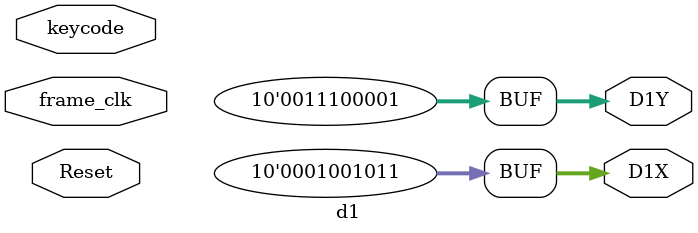
<source format=sv>



module  d1 ( input Reset, frame_clk, input [7:0] keycode,
               output [9:0]  D1X, D1Y);
    
       
    assign D1X = 75;
   
    assign D1Y = 225;
    

endmodule

</source>
